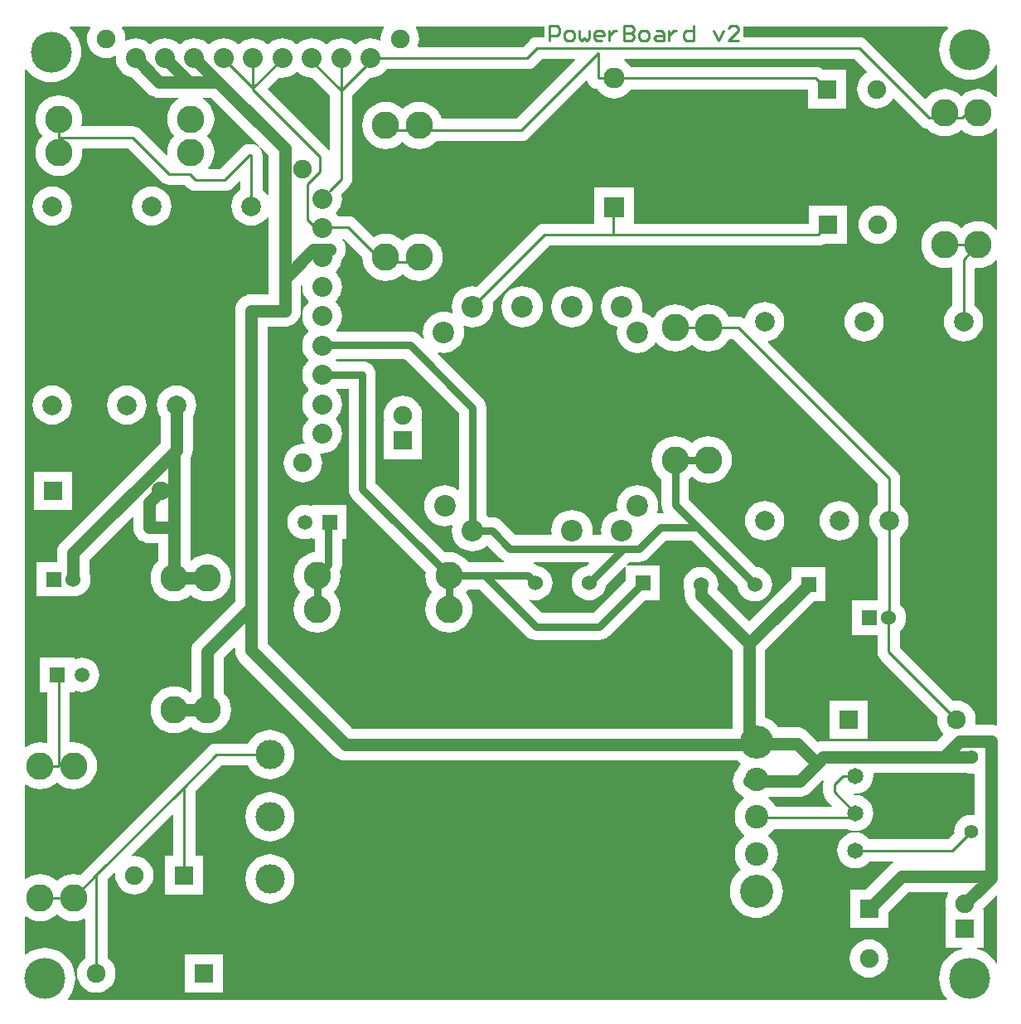
<source format=gtl>
G04*
G04 #@! TF.GenerationSoftware,Altium Limited,Altium Designer,18.1.6 (161)*
G04*
G04 Layer_Physical_Order=1*
G04 Layer_Color=255*
%FSLAX25Y25*%
%MOIN*%
G70*
G01*
G75*
%ADD11C,0.01000*%
%ADD36C,0.03000*%
%ADD37C,0.05000*%
%ADD38C,0.11000*%
%ADD39C,0.08661*%
%ADD40R,0.06000X0.06000*%
%ADD41C,0.06000*%
%ADD42C,0.13386*%
%ADD43C,0.09449*%
%ADD44C,0.11811*%
%ADD45C,0.16500*%
%ADD46C,0.07500*%
%ADD47C,0.08000*%
%ADD48R,0.07500X0.07500*%
%ADD49R,0.07575X0.07575*%
%ADD50C,0.07575*%
%ADD51R,0.08386X0.08386*%
%ADD52C,0.08386*%
%ADD53C,0.07874*%
%ADD54C,0.05512*%
%ADD55C,0.06500*%
%ADD56C,0.05906*%
%ADD57R,0.05906X0.05906*%
%ADD58R,0.06000X0.06000*%
%ADD59R,0.07500X0.07500*%
G36*
X148930Y395073D02*
X148877Y395008D01*
X148163Y393672D01*
X147723Y392224D01*
X147575Y390717D01*
X147617Y390293D01*
X147201Y390015D01*
X146540Y390368D01*
X145044Y390822D01*
X143488Y390975D01*
X141932Y390822D01*
X140436Y390368D01*
X139057Y389631D01*
X137917Y388696D01*
X137656Y388620D01*
X137509D01*
X137248Y388696D01*
X136108Y389631D01*
X134729Y390368D01*
X133233Y390822D01*
X131677Y390975D01*
X130121Y390822D01*
X128625Y390368D01*
X127246Y389631D01*
X126106Y388696D01*
X125845Y388620D01*
X125698D01*
X125437Y388696D01*
X124297Y389631D01*
X122918Y390368D01*
X121422Y390822D01*
X119866Y390975D01*
X118310Y390822D01*
X116814Y390368D01*
X115435Y389631D01*
X114295Y388696D01*
X114034Y388620D01*
X113887D01*
X113626Y388696D01*
X112486Y389631D01*
X111107Y390368D01*
X109611Y390822D01*
X108055Y390975D01*
X106499Y390822D01*
X105003Y390368D01*
X103624Y389631D01*
X102484Y388696D01*
X102223Y388620D01*
X102076D01*
X101815Y388696D01*
X100675Y389631D01*
X99296Y390368D01*
X97800Y390822D01*
X96244Y390975D01*
X94688Y390822D01*
X93192Y390368D01*
X91813Y389631D01*
X90673Y388696D01*
X90412Y388620D01*
X90265D01*
X90004Y388696D01*
X88864Y389631D01*
X87485Y390368D01*
X85989Y390822D01*
X84433Y390975D01*
X82877Y390822D01*
X81381Y390368D01*
X80002Y389631D01*
X78862Y388696D01*
X78601Y388620D01*
X78454D01*
X78193Y388696D01*
X77053Y389631D01*
X75674Y390368D01*
X74178Y390822D01*
X72622Y390975D01*
X71066Y390822D01*
X69570Y390368D01*
X68191Y389631D01*
X66983Y388639D01*
X66966Y388620D01*
X66466D01*
X66451Y388639D01*
X65242Y389631D01*
X63863Y390368D01*
X62367Y390822D01*
X60811Y390975D01*
X59255Y390822D01*
X57759Y390368D01*
X56380Y389631D01*
X55240Y388696D01*
X54979Y388620D01*
X54832D01*
X54571Y388696D01*
X53431Y389631D01*
X52052Y390368D01*
X50556Y390822D01*
X49000Y390975D01*
X47444Y390822D01*
X45948Y390368D01*
X45287Y390015D01*
X44872Y390293D01*
X44913Y390717D01*
X44765Y392224D01*
X44325Y393672D01*
X43611Y395008D01*
X43558Y395073D01*
X43772Y395525D01*
X148716D01*
X148930Y395073D01*
D02*
G37*
G36*
X213500Y391475D02*
X210500D01*
X209342Y391323D01*
X208262Y390876D01*
X207335Y390164D01*
X204646Y387475D01*
X162799D01*
X162501Y387975D01*
X162875Y389210D01*
X163023Y390717D01*
X162875Y392224D01*
X162435Y393672D01*
X161722Y395008D01*
X161668Y395073D01*
X161882Y395525D01*
X213500D01*
Y391475D01*
D02*
G37*
G36*
X114295Y377304D02*
X115435Y376369D01*
X116814Y375632D01*
X118310Y375178D01*
X119866Y375025D01*
X120282Y375066D01*
X127202Y368146D01*
Y346134D01*
X126702Y345964D01*
X126164Y346665D01*
X102201Y370628D01*
X106728Y375155D01*
X108055Y375025D01*
X109611Y375178D01*
X111107Y375632D01*
X112486Y376369D01*
X113626Y377304D01*
X113887Y377380D01*
X114034D01*
X114295Y377304D01*
D02*
G37*
G36*
X30820Y395073D02*
X30766Y395008D01*
X30053Y393672D01*
X29613Y392224D01*
X29465Y390717D01*
X29613Y389210D01*
X30053Y387761D01*
X30766Y386425D01*
X31727Y385255D01*
X32898Y384294D01*
X34233Y383580D01*
X35682Y383141D01*
X37189Y382992D01*
X38696Y383141D01*
X40145Y383580D01*
X40666Y383859D01*
X41082Y383581D01*
X41025Y383000D01*
X41178Y381444D01*
X41632Y379948D01*
X42369Y378569D01*
X43360Y377361D01*
X44569Y376369D01*
X45948Y375632D01*
X47444Y375178D01*
X47700Y375153D01*
X53926Y368926D01*
X54906Y368122D01*
X56025Y367524D01*
X57238Y367156D01*
X58500Y367032D01*
X66075D01*
X66197Y366547D01*
X65893Y366385D01*
X64456Y365205D01*
X63277Y363768D01*
X62401Y362129D01*
X61861Y360350D01*
X61679Y358500D01*
X61861Y356650D01*
X62401Y354871D01*
X63277Y353232D01*
X64446Y351807D01*
X63277Y350382D01*
X62401Y348743D01*
X61861Y346964D01*
X61679Y345114D01*
X61766Y344229D01*
X61314Y344015D01*
X51050Y354279D01*
X50124Y354990D01*
X49044Y355437D01*
X47886Y355590D01*
X27528D01*
X27231Y355991D01*
X27430Y356650D01*
X27613Y358500D01*
X27430Y360350D01*
X26891Y362129D01*
X26015Y363768D01*
X24835Y365205D01*
X23398Y366385D01*
X21759Y367261D01*
X19980Y367800D01*
X18130Y367983D01*
X16280Y367800D01*
X14501Y367261D01*
X12862Y366385D01*
X11425Y365205D01*
X10245Y363768D01*
X9369Y362129D01*
X8829Y360350D01*
X8647Y358500D01*
X8829Y356650D01*
X9369Y354871D01*
X10245Y353232D01*
X11415Y351807D01*
X10245Y350382D01*
X9369Y348743D01*
X8829Y346964D01*
X8647Y345114D01*
X8829Y343264D01*
X9369Y341485D01*
X10245Y339846D01*
X11425Y338409D01*
X12862Y337230D01*
X14501Y336353D01*
X16280Y335814D01*
X18130Y335631D01*
X19980Y335814D01*
X21759Y336353D01*
X23398Y337230D01*
X24835Y338409D01*
X26015Y339846D01*
X26891Y341485D01*
X27430Y343264D01*
X27613Y345114D01*
X27499Y346268D01*
X27835Y346639D01*
X46032D01*
X59336Y333335D01*
X60262Y332624D01*
X61342Y332177D01*
X62500Y332025D01*
X68896D01*
X70086Y330836D01*
X71012Y330124D01*
X72092Y329677D01*
X73250Y329525D01*
X84750D01*
X85908Y329677D01*
X86988Y330124D01*
X87915Y330836D01*
X90563Y333484D01*
X91025Y333292D01*
Y330013D01*
X89905Y329095D01*
X88921Y327896D01*
X88190Y326528D01*
X87740Y325044D01*
X87588Y323500D01*
X87740Y321956D01*
X88190Y320472D01*
X88921Y319104D01*
X89905Y317905D01*
X91104Y316921D01*
X92472Y316190D01*
X93956Y315740D01*
X95500Y315588D01*
X97044Y315740D01*
X98528Y316190D01*
X99896Y316921D01*
X101095Y317905D01*
X102032Y319047D01*
X102437Y319014D01*
X102532Y318991D01*
Y294500D01*
Y287968D01*
X95500D01*
X94238Y287844D01*
X93025Y287476D01*
X91906Y286878D01*
X90926Y286074D01*
X90122Y285093D01*
X89524Y283975D01*
X89156Y282762D01*
X89032Y281500D01*
Y164679D01*
X73312Y148960D01*
X72508Y147979D01*
X71910Y146861D01*
X71542Y145648D01*
X71418Y144386D01*
Y128178D01*
X70918Y127941D01*
X69768Y128884D01*
X68129Y129761D01*
X66350Y130300D01*
X64500Y130483D01*
X62650Y130300D01*
X60871Y129761D01*
X59232Y128884D01*
X57795Y127705D01*
X56615Y126268D01*
X55739Y124629D01*
X55199Y122850D01*
X55017Y121000D01*
X55199Y119150D01*
X55739Y117371D01*
X56615Y115732D01*
X57795Y114295D01*
X59232Y113116D01*
X60871Y112239D01*
X62650Y111699D01*
X64500Y111517D01*
X66350Y111699D01*
X68129Y112239D01*
X69768Y113116D01*
X71193Y114285D01*
X72618Y113116D01*
X74257Y112239D01*
X76036Y111699D01*
X77886Y111517D01*
X79736Y111699D01*
X81515Y112239D01*
X83154Y113116D01*
X84591Y114295D01*
X85770Y115732D01*
X86647Y117371D01*
X87186Y119150D01*
X87369Y121000D01*
X87186Y122850D01*
X86647Y124629D01*
X85770Y126268D01*
X84591Y127705D01*
X84354Y127900D01*
Y141707D01*
X88570Y145923D01*
X89032Y145731D01*
Y145000D01*
X89156Y143738D01*
X89524Y142525D01*
X90122Y141407D01*
X90926Y140426D01*
X128926Y102426D01*
X129906Y101622D01*
X131025Y101024D01*
X132238Y100656D01*
X133500Y100532D01*
X291068D01*
X291130Y100460D01*
X292202Y99544D01*
X292387Y99314D01*
X292277Y98864D01*
X291433Y97835D01*
X290895Y96829D01*
X290291Y96093D01*
X289694Y94975D01*
X289325Y93762D01*
X289201Y92500D01*
X289325Y91238D01*
X289694Y90025D01*
X290291Y88907D01*
X291096Y87926D01*
X292076Y87122D01*
X292455Y86919D01*
X292515Y86846D01*
X293776Y85812D01*
X293811Y85520D01*
X293776Y85228D01*
X292515Y84194D01*
X291433Y82875D01*
X290629Y81370D01*
X290133Y79737D01*
X289966Y78039D01*
X290133Y76341D01*
X290629Y74709D01*
X291433Y73204D01*
X292515Y71885D01*
X293834Y70803D01*
X293896Y70770D01*
Y70270D01*
X293834Y70236D01*
X292515Y69154D01*
X291433Y67835D01*
X290629Y66331D01*
X290133Y64698D01*
X289966Y63000D01*
X290133Y61302D01*
X290629Y59669D01*
X291433Y58165D01*
X292277Y57136D01*
X292387Y56686D01*
X292202Y56456D01*
X291130Y55540D01*
X290043Y54267D01*
X289169Y52841D01*
X288528Y51295D01*
X288138Y49668D01*
X288007Y48000D01*
X288138Y46332D01*
X288528Y44705D01*
X289169Y43159D01*
X290043Y41733D01*
X291130Y40460D01*
X292402Y39374D01*
X293829Y38499D01*
X295374Y37859D01*
X297001Y37468D01*
X298669Y37337D01*
X300337Y37468D01*
X301964Y37859D01*
X303510Y38499D01*
X304937Y39374D01*
X306209Y40460D01*
X307296Y41733D01*
X308170Y43159D01*
X308810Y44705D01*
X309201Y46332D01*
X309332Y48000D01*
X309201Y49668D01*
X308810Y51295D01*
X308170Y52841D01*
X307296Y54267D01*
X306209Y55540D01*
X305136Y56456D01*
X304952Y56686D01*
X305062Y57136D01*
X305906Y58165D01*
X306710Y59669D01*
X307206Y61302D01*
X307373Y63000D01*
X307206Y64698D01*
X306710Y66331D01*
X305906Y67835D01*
X304824Y69154D01*
X303505Y70236D01*
X303443Y70270D01*
Y70770D01*
X303505Y70803D01*
X304824Y71885D01*
X305791Y73064D01*
X335295D01*
X335736Y72828D01*
X337091Y72417D01*
X338500Y72278D01*
X339909Y72417D01*
X341264Y72828D01*
X342512Y73495D01*
X343607Y74393D01*
X344505Y75488D01*
X345172Y76736D01*
X345583Y78091D01*
X345722Y79500D01*
X345583Y80909D01*
X345172Y82264D01*
X344505Y83512D01*
X343607Y84607D01*
X342512Y85505D01*
X341264Y86172D01*
X339909Y86583D01*
X338500Y86722D01*
X337899Y86663D01*
X337747Y86850D01*
X338004Y87327D01*
X338500Y87278D01*
X339909Y87417D01*
X341264Y87828D01*
X342512Y88495D01*
X343607Y89393D01*
X344505Y90488D01*
X345172Y91736D01*
X345583Y93091D01*
X345722Y94500D01*
X345657Y95161D01*
X345992Y95532D01*
X383266D01*
X383688Y95404D01*
X385000Y95275D01*
X386032Y95376D01*
X386532Y94998D01*
Y79002D01*
X386032Y78624D01*
X385000Y78725D01*
X383688Y78596D01*
X382426Y78213D01*
X381264Y77592D01*
X380244Y76755D01*
X379408Y75736D01*
X378787Y74574D01*
X378404Y73312D01*
X378275Y72000D01*
X378310Y71639D01*
X375646Y68975D01*
X344125D01*
X343607Y69607D01*
X342512Y70505D01*
X341264Y71172D01*
X339909Y71583D01*
X338500Y71722D01*
X337091Y71583D01*
X335736Y71172D01*
X334488Y70505D01*
X333393Y69607D01*
X332495Y68512D01*
X331828Y67264D01*
X331417Y65909D01*
X331278Y64500D01*
X331417Y63091D01*
X331828Y61736D01*
X332495Y60488D01*
X333393Y59393D01*
X334488Y58495D01*
X335736Y57828D01*
X337091Y57417D01*
X338500Y57278D01*
X339909Y57417D01*
X341264Y57828D01*
X342512Y58495D01*
X343607Y59393D01*
X344125Y60025D01*
X353555D01*
X353681Y59525D01*
X353407Y59378D01*
X352426Y58574D01*
X342540Y48687D01*
X336313D01*
Y33313D01*
X351687D01*
Y39540D01*
X359679Y47532D01*
X375642D01*
X375939Y47032D01*
X375364Y45956D01*
X374924Y44507D01*
X374776Y43000D01*
X374924Y41493D01*
X375065Y41027D01*
X374813Y40687D01*
X374813D01*
Y25313D01*
X381440D01*
X381500Y24813D01*
X380722Y24626D01*
X378950Y23892D01*
X377314Y22890D01*
X375856Y21644D01*
X374610Y20186D01*
X373608Y18550D01*
X372874Y16778D01*
X372426Y14912D01*
X372275Y13000D01*
X372426Y11088D01*
X372874Y9222D01*
X373608Y7450D01*
X374610Y5815D01*
X375366Y4929D01*
X375157Y4475D01*
X21843D01*
X21634Y4929D01*
X22390Y5815D01*
X23392Y7450D01*
X24126Y9222D01*
X24574Y11088D01*
X24725Y13000D01*
X24574Y14912D01*
X24126Y16778D01*
X23392Y18550D01*
X22390Y20186D01*
X21144Y21644D01*
X19685Y22890D01*
X18050Y23892D01*
X16278Y24626D01*
X14412Y25074D01*
X12500Y25225D01*
X10588Y25074D01*
X8722Y24626D01*
X6950Y23892D01*
X5314Y22890D01*
X4929Y22561D01*
X4475Y22770D01*
Y37714D01*
X4927Y37927D01*
X5346Y37584D01*
X6985Y36708D01*
X8764Y36168D01*
X10614Y35986D01*
X12464Y36168D01*
X14243Y36708D01*
X15882Y37584D01*
X17307Y38753D01*
X18732Y37584D01*
X20371Y36708D01*
X22150Y36168D01*
X24000Y35986D01*
X25850Y36168D01*
X27629Y36708D01*
X28289Y37060D01*
X28718Y36803D01*
Y21320D01*
X27705Y20488D01*
X26739Y19312D01*
X26022Y17970D01*
X25580Y16514D01*
X25431Y15000D01*
X25580Y13486D01*
X26022Y12030D01*
X26739Y10688D01*
X27705Y9512D01*
X28881Y8546D01*
X30223Y7829D01*
X31679Y7387D01*
X33193Y7238D01*
X34707Y7387D01*
X36163Y7829D01*
X37505Y8546D01*
X38681Y9512D01*
X39647Y10688D01*
X40364Y12030D01*
X40806Y13486D01*
X40955Y15000D01*
X40806Y16514D01*
X40364Y17970D01*
X39647Y19312D01*
X38681Y20488D01*
X37668Y21320D01*
Y52808D01*
X40373Y55513D01*
X40853Y55286D01*
X40776Y54500D01*
X40924Y52993D01*
X41364Y51544D01*
X42078Y50209D01*
X43038Y49038D01*
X44209Y48078D01*
X45544Y47364D01*
X46993Y46924D01*
X48500Y46776D01*
X50007Y46924D01*
X51456Y47364D01*
X52791Y48078D01*
X53962Y49038D01*
X54922Y50209D01*
X55636Y51544D01*
X56076Y52993D01*
X56224Y54500D01*
X56076Y56007D01*
X55636Y57456D01*
X54922Y58791D01*
X53962Y59962D01*
X52791Y60922D01*
X51456Y61636D01*
X50007Y62076D01*
X48500Y62224D01*
X47714Y62147D01*
X47487Y62627D01*
X63563Y78702D01*
X64025Y78511D01*
Y62187D01*
X60813D01*
Y46813D01*
X76187D01*
Y62187D01*
X72975D01*
Y88115D01*
X83385Y98525D01*
X94232D01*
X94777Y97505D01*
X96007Y96007D01*
X97505Y94777D01*
X99215Y93863D01*
X101070Y93300D01*
X103000Y93110D01*
X104929Y93300D01*
X106785Y93863D01*
X108495Y94777D01*
X109993Y96007D01*
X111223Y97505D01*
X112137Y99215D01*
X112700Y101070D01*
X112890Y103000D01*
X112700Y104929D01*
X112137Y106785D01*
X111223Y108495D01*
X109993Y109993D01*
X108495Y111223D01*
X106785Y112137D01*
X104929Y112700D01*
X103000Y112890D01*
X101070Y112700D01*
X99215Y112137D01*
X97505Y111223D01*
X96007Y109993D01*
X94777Y108495D01*
X94232Y107475D01*
X81532D01*
X80373Y107323D01*
X79294Y106876D01*
X78367Y106165D01*
X64867Y92664D01*
X64867Y92664D01*
X30028Y57826D01*
X30028Y57826D01*
X26710Y54508D01*
X25850Y54769D01*
X24000Y54951D01*
X22150Y54769D01*
X20371Y54229D01*
X18732Y53353D01*
X17307Y52184D01*
X15882Y53353D01*
X14243Y54229D01*
X12464Y54769D01*
X10614Y54951D01*
X8764Y54769D01*
X6985Y54229D01*
X5346Y53353D01*
X4927Y53009D01*
X4475Y53223D01*
Y90745D01*
X4927Y90959D01*
X5346Y90615D01*
X6985Y89739D01*
X8764Y89200D01*
X10614Y89017D01*
X12464Y89200D01*
X14243Y89739D01*
X15882Y90615D01*
X17307Y91785D01*
X18732Y90615D01*
X20371Y89739D01*
X22150Y89200D01*
X24000Y89017D01*
X25850Y89200D01*
X27629Y89739D01*
X29268Y90615D01*
X30705Y91795D01*
X31885Y93232D01*
X32761Y94871D01*
X33301Y96650D01*
X33483Y98500D01*
X33301Y100350D01*
X32761Y102129D01*
X31885Y103768D01*
X30705Y105205D01*
X29268Y106385D01*
X27629Y107261D01*
X25850Y107800D01*
X24000Y107983D01*
X22846Y107869D01*
X22475Y108205D01*
Y128110D01*
X24390D01*
Y128364D01*
X24761Y128586D01*
X24890Y128592D01*
X26149Y128210D01*
X27500Y128077D01*
X28851Y128210D01*
X30149Y128604D01*
X31346Y129244D01*
X32395Y130105D01*
X33256Y131154D01*
X33896Y132351D01*
X34290Y133649D01*
X34423Y135000D01*
X34290Y136351D01*
X33896Y137649D01*
X33256Y138846D01*
X32395Y139895D01*
X31346Y140756D01*
X30149Y141396D01*
X28851Y141790D01*
X27500Y141923D01*
X26149Y141790D01*
X24890Y141408D01*
X24761Y141413D01*
X24390Y141636D01*
Y141890D01*
X10610D01*
Y128110D01*
X13525D01*
Y107898D01*
X13123Y107601D01*
X12464Y107800D01*
X10614Y107983D01*
X8764Y107800D01*
X6985Y107261D01*
X5346Y106385D01*
X4927Y106041D01*
X4475Y106255D01*
Y378429D01*
X4956Y378565D01*
X5110Y378314D01*
X6356Y376856D01*
X7814Y375610D01*
X9450Y374608D01*
X11222Y373874D01*
X13088Y373426D01*
X15000Y373275D01*
X16912Y373426D01*
X18778Y373874D01*
X20550Y374608D01*
X22185Y375610D01*
X23644Y376856D01*
X24890Y378314D01*
X25892Y379950D01*
X26626Y381722D01*
X27074Y383588D01*
X27225Y385500D01*
X27074Y387412D01*
X26626Y389278D01*
X25892Y391050D01*
X24890Y392686D01*
X23644Y394144D01*
X22613Y395025D01*
X22798Y395525D01*
X30606D01*
X30820Y395073D01*
D02*
G37*
G36*
X375754Y395025D02*
X374610Y393686D01*
X373608Y392050D01*
X372874Y390278D01*
X372426Y388412D01*
X372275Y386500D01*
X372426Y384588D01*
X372874Y382722D01*
X373608Y380950D01*
X374610Y379314D01*
X375856Y377856D01*
X377314Y376610D01*
X378950Y375608D01*
X380722Y374874D01*
X382588Y374426D01*
X384500Y374275D01*
X386412Y374426D01*
X388278Y374874D01*
X390050Y375608D01*
X391686Y376610D01*
X393144Y377856D01*
X394390Y379314D01*
X395025Y380350D01*
X395525Y380209D01*
Y367341D01*
X395054Y367173D01*
X394591Y367737D01*
X393154Y368916D01*
X391515Y369792D01*
X389736Y370332D01*
X387886Y370514D01*
X386036Y370332D01*
X384257Y369792D01*
X382617Y368916D01*
X381193Y367747D01*
X379768Y368916D01*
X378129Y369792D01*
X376350Y370332D01*
X374500Y370514D01*
X372650Y370332D01*
X370871Y369792D01*
X369232Y368916D01*
X367795Y367737D01*
X367038Y366815D01*
X366539Y366790D01*
X343164Y390164D01*
X342238Y390876D01*
X341158Y391323D01*
X340000Y391475D01*
X293475D01*
Y395525D01*
X375585D01*
X375754Y395025D01*
D02*
G37*
G36*
X343090Y377581D02*
X343016Y377087D01*
X342709Y376922D01*
X341538Y375962D01*
X340578Y374791D01*
X339864Y373456D01*
X339424Y372007D01*
X339276Y370500D01*
X339424Y368993D01*
X339864Y367544D01*
X340578Y366209D01*
X341538Y365038D01*
X342709Y364078D01*
X344044Y363364D01*
X345493Y362924D01*
X347000Y362776D01*
X348507Y362924D01*
X349956Y363364D01*
X351291Y364078D01*
X352462Y365038D01*
X353422Y366209D01*
X353587Y366516D01*
X354081Y366590D01*
X364836Y355836D01*
X365762Y355124D01*
X366842Y354677D01*
X367587Y354579D01*
X367795Y354326D01*
X369232Y353147D01*
X370871Y352271D01*
X372650Y351731D01*
X374500Y351549D01*
X376350Y351731D01*
X378129Y352271D01*
X379768Y353147D01*
X381193Y354316D01*
X382617Y353147D01*
X384257Y352271D01*
X386036Y351731D01*
X387886Y351549D01*
X389736Y351731D01*
X391515Y352271D01*
X393154Y353147D01*
X394591Y354326D01*
X395054Y354890D01*
X395525Y354722D01*
Y314310D01*
X395054Y314141D01*
X394591Y314705D01*
X393154Y315884D01*
X391515Y316761D01*
X389736Y317301D01*
X387886Y317483D01*
X386036Y317301D01*
X384257Y316761D01*
X382617Y315884D01*
X381193Y314715D01*
X379768Y315884D01*
X378129Y316761D01*
X376350Y317301D01*
X374500Y317483D01*
X372650Y317301D01*
X370871Y316761D01*
X369232Y315884D01*
X367795Y314705D01*
X366616Y313268D01*
X365739Y311629D01*
X365199Y309850D01*
X365017Y308000D01*
X365199Y306150D01*
X365739Y304371D01*
X366616Y302732D01*
X367795Y301295D01*
X369232Y300115D01*
X370871Y299239D01*
X372650Y298699D01*
X374500Y298517D01*
X376350Y298699D01*
X377123Y298934D01*
X377525Y298636D01*
Y283513D01*
X376405Y282595D01*
X375421Y281396D01*
X374690Y280028D01*
X374240Y278544D01*
X374088Y277000D01*
X374240Y275456D01*
X374690Y273972D01*
X375421Y272604D01*
X376405Y271405D01*
X377604Y270421D01*
X378972Y269690D01*
X380456Y269240D01*
X382000Y269088D01*
X383544Y269240D01*
X385028Y269690D01*
X386396Y270421D01*
X387595Y271405D01*
X388579Y272604D01*
X389310Y273972D01*
X389760Y275456D01*
X389912Y277000D01*
X389760Y278544D01*
X389310Y280028D01*
X388579Y281396D01*
X387595Y282595D01*
X386475Y283513D01*
Y298284D01*
X386846Y298620D01*
X387886Y298517D01*
X389736Y298699D01*
X391515Y299239D01*
X393154Y300115D01*
X394591Y301295D01*
X395054Y301859D01*
X395525Y301690D01*
Y114983D01*
X395025Y114612D01*
X394262Y114844D01*
X393000Y114968D01*
X387029D01*
X386731Y115370D01*
X386766Y115486D01*
X386915Y117000D01*
X386766Y118514D01*
X386325Y119970D01*
X385607Y121312D01*
X384642Y122488D01*
X383466Y123454D01*
X382124Y124171D01*
X380668Y124613D01*
X379153Y124762D01*
X377849Y124633D01*
X356412Y146070D01*
Y152699D01*
X356866Y153071D01*
X357733Y154127D01*
X358377Y155333D01*
X358774Y156640D01*
X358908Y158000D01*
X358774Y159360D01*
X358377Y160668D01*
X357733Y161873D01*
X356866Y162929D01*
X356475Y163250D01*
Y190487D01*
X357595Y191405D01*
X358579Y192604D01*
X359310Y193972D01*
X359760Y195456D01*
X359912Y197000D01*
X359760Y198544D01*
X359310Y200028D01*
X358579Y201396D01*
X357595Y202595D01*
X356475Y203513D01*
Y213846D01*
X356323Y215005D01*
X355876Y216084D01*
X355165Y217011D01*
X303384Y268791D01*
X303620Y269263D01*
X305028Y269690D01*
X306396Y270421D01*
X307595Y271405D01*
X308579Y272604D01*
X309310Y273972D01*
X309760Y275456D01*
X309912Y277000D01*
X309760Y278544D01*
X309310Y280028D01*
X308579Y281396D01*
X307595Y282595D01*
X306396Y283579D01*
X305028Y284310D01*
X303544Y284760D01*
X302000Y284912D01*
X300456Y284760D01*
X298972Y284310D01*
X297604Y283579D01*
X296405Y282595D01*
X295421Y281396D01*
X294690Y280028D01*
X294240Y278544D01*
X294230Y278439D01*
X293771Y278240D01*
X293553Y278407D01*
X292473Y278854D01*
X291315Y279007D01*
X287694D01*
X287270Y279800D01*
X286091Y281237D01*
X284654Y282416D01*
X283015Y283292D01*
X281236Y283832D01*
X279386Y284014D01*
X277536Y283832D01*
X275757Y283292D01*
X274117Y282416D01*
X272693Y281247D01*
X271268Y282416D01*
X269629Y283292D01*
X267850Y283832D01*
X266000Y284014D01*
X264150Y283832D01*
X262371Y283292D01*
X260732Y282416D01*
X259295Y281237D01*
X258116Y279800D01*
X257457Y278568D01*
X256858Y278509D01*
X256752Y278638D01*
X255493Y279671D01*
X254057Y280439D01*
X252506Y280910D01*
X252648Y281379D01*
X252808Y283000D01*
X252648Y284621D01*
X252175Y286179D01*
X251408Y287615D01*
X250374Y288874D01*
X249115Y289908D01*
X247679Y290675D01*
X246121Y291148D01*
X244500Y291308D01*
X242879Y291148D01*
X241321Y290675D01*
X239884Y289908D01*
X238626Y288874D01*
X237592Y287615D01*
X236825Y286179D01*
X236352Y284621D01*
X236192Y283000D01*
X236352Y281379D01*
X236825Y279821D01*
X237592Y278384D01*
X238626Y277126D01*
X239884Y276092D01*
X241321Y275325D01*
X242872Y274854D01*
X242730Y274384D01*
X242570Y272764D01*
X242730Y271143D01*
X243203Y269584D01*
X243970Y268148D01*
X245004Y266889D01*
X246262Y265856D01*
X247699Y265089D01*
X249257Y264616D01*
X250878Y264456D01*
X252499Y264616D01*
X254057Y265089D01*
X255493Y265856D01*
X256752Y266889D01*
X257786Y268148D01*
X258064Y268670D01*
X258562Y268719D01*
X259295Y267826D01*
X260732Y266647D01*
X262371Y265771D01*
X264150Y265231D01*
X266000Y265049D01*
X267850Y265231D01*
X269629Y265771D01*
X271268Y266647D01*
X272693Y267816D01*
X274117Y266647D01*
X275757Y265771D01*
X277536Y265231D01*
X279386Y265049D01*
X281236Y265231D01*
X283015Y265771D01*
X284654Y266647D01*
X286091Y267826D01*
X287270Y269263D01*
X287694Y270056D01*
X289461D01*
X347525Y211993D01*
Y203513D01*
X346405Y202595D01*
X345421Y201396D01*
X344690Y200028D01*
X344240Y198544D01*
X344088Y197000D01*
X344240Y195456D01*
X344690Y193972D01*
X345421Y192604D01*
X346405Y191405D01*
X347525Y190487D01*
Y164937D01*
X337126D01*
Y151063D01*
X347462D01*
Y144217D01*
X347614Y143058D01*
X348061Y141979D01*
X348773Y141052D01*
X371520Y118304D01*
X371392Y117000D01*
X371541Y115486D01*
X371983Y114030D01*
X372700Y112688D01*
X373665Y111512D01*
X373761Y111433D01*
X373786Y110933D01*
X371321Y108468D01*
X325500D01*
X324238Y108344D01*
X323521Y108126D01*
X319574Y112074D01*
X318594Y112878D01*
X317475Y113476D01*
X316262Y113844D01*
X315000Y113968D01*
X307479D01*
X307296Y114267D01*
X306209Y115540D01*
X304937Y116626D01*
X303510Y117501D01*
X302137Y118069D01*
Y144837D01*
X321864Y164563D01*
X326590D01*
Y178437D01*
X312717D01*
Y173710D01*
X295669Y156663D01*
X282952Y169380D01*
X283183Y170140D01*
X283317Y171500D01*
X283183Y172860D01*
X282786Y174168D01*
X282142Y175373D01*
X281275Y176429D01*
X280219Y177296D01*
X279014Y177940D01*
X277706Y178337D01*
X276346Y178471D01*
X274987Y178337D01*
X273679Y177940D01*
X272474Y177296D01*
X271417Y176429D01*
X270551Y175373D01*
X269906Y174168D01*
X269510Y172860D01*
X269376Y171500D01*
X269510Y170140D01*
X269878Y168925D01*
Y166839D01*
X270003Y165577D01*
X270371Y164363D01*
X270968Y163245D01*
X271773Y162265D01*
X289201Y144837D01*
Y113468D01*
X136179D01*
X101968Y147679D01*
Y162000D01*
Y275032D01*
X109000D01*
X110262Y275156D01*
X111475Y275524D01*
X112593Y276122D01*
X113574Y276926D01*
X114378Y277906D01*
X114976Y279025D01*
X115344Y280238D01*
X115468Y281500D01*
Y291525D01*
X115574Y291595D01*
X116048Y291308D01*
X116025Y291067D01*
X116178Y289511D01*
X116632Y288015D01*
X117369Y286636D01*
X118304Y285496D01*
X118380Y285235D01*
Y285088D01*
X118304Y284827D01*
X117369Y283687D01*
X116632Y282308D01*
X116178Y280812D01*
X116025Y279256D01*
X116178Y277700D01*
X116632Y276204D01*
X117369Y274825D01*
X118304Y273685D01*
X118380Y273424D01*
Y273277D01*
X118304Y273016D01*
X117369Y271876D01*
X116632Y270497D01*
X116178Y269001D01*
X116025Y267445D01*
X116178Y265889D01*
X116632Y264393D01*
X117369Y263014D01*
X118304Y261874D01*
X118380Y261613D01*
Y261466D01*
X118304Y261205D01*
X117369Y260065D01*
X116632Y258686D01*
X116178Y257190D01*
X116025Y255634D01*
X116178Y254078D01*
X116632Y252582D01*
X117369Y251203D01*
X118360Y249994D01*
X118380Y249978D01*
Y249478D01*
X118360Y249462D01*
X117369Y248254D01*
X116632Y246875D01*
X116178Y245379D01*
X116025Y243823D01*
X116178Y242267D01*
X116632Y240771D01*
X117369Y239392D01*
X118304Y238252D01*
X118380Y237991D01*
Y237844D01*
X118304Y237583D01*
X117369Y236443D01*
X116632Y235064D01*
X116178Y233568D01*
X116025Y232012D01*
X116178Y230456D01*
X116632Y228960D01*
X116985Y228299D01*
X116707Y227883D01*
X116284Y227925D01*
X114777Y227777D01*
X113328Y227337D01*
X111992Y226623D01*
X110822Y225663D01*
X109861Y224492D01*
X109147Y223157D01*
X108708Y221708D01*
X108559Y220201D01*
X108708Y218694D01*
X109147Y217245D01*
X109861Y215910D01*
X110822Y214739D01*
X111992Y213778D01*
X113328Y213065D01*
X114777Y212625D01*
X116284Y212477D01*
X117790Y212625D01*
X119239Y213065D01*
X120575Y213778D01*
X121745Y214739D01*
X122706Y215910D01*
X123420Y217245D01*
X123859Y218694D01*
X124008Y220201D01*
X123859Y221708D01*
X123420Y223157D01*
X123141Y223678D01*
X123419Y224094D01*
X124000Y224036D01*
X125556Y224190D01*
X127052Y224643D01*
X128431Y225380D01*
X129639Y226372D01*
X130631Y227581D01*
X131368Y228960D01*
X131822Y230456D01*
X131975Y232012D01*
X131822Y233568D01*
X131368Y235064D01*
X130631Y236443D01*
X129696Y237583D01*
X129620Y237844D01*
Y237991D01*
X129696Y238252D01*
X130631Y239392D01*
X131368Y240771D01*
X131822Y242267D01*
X131975Y243823D01*
X131822Y245379D01*
X131368Y246875D01*
X130631Y248254D01*
X129639Y249462D01*
X129808Y249904D01*
X130049Y250150D01*
X134638D01*
Y209764D01*
X134825Y208344D01*
X135373Y207022D01*
X136244Y205886D01*
X165672Y176458D01*
X165517Y174886D01*
X165700Y173036D01*
X166239Y171257D01*
X167115Y169617D01*
X168285Y168193D01*
X167115Y166768D01*
X166239Y165129D01*
X165700Y163350D01*
X165517Y161500D01*
X165700Y159650D01*
X166239Y157871D01*
X167115Y156232D01*
X168295Y154795D01*
X169732Y153615D01*
X171371Y152739D01*
X173150Y152199D01*
X175000Y152017D01*
X176850Y152199D01*
X178629Y152739D01*
X180268Y153615D01*
X181705Y154795D01*
X182885Y156232D01*
X183761Y157871D01*
X184300Y159650D01*
X184483Y161500D01*
X184300Y163350D01*
X183761Y165129D01*
X182885Y166768D01*
X181715Y168193D01*
X182708Y169402D01*
X187343D01*
X206122Y150622D01*
X207258Y149751D01*
X208581Y149203D01*
X210000Y149016D01*
X235500D01*
X236919Y149203D01*
X238242Y149751D01*
X239378Y150622D01*
X253818Y165063D01*
X259937D01*
Y178937D01*
X246746D01*
X246539Y179437D01*
X247445Y180343D01*
X251327D01*
X252746Y180530D01*
X254069Y181078D01*
X255205Y181949D01*
X262271Y189016D01*
X272728D01*
X291115Y170629D01*
X291163Y170140D01*
X291560Y168833D01*
X292204Y167627D01*
X293071Y166571D01*
X294127Y165704D01*
X295333Y165060D01*
X296640Y164663D01*
X298000Y164529D01*
X299360Y164663D01*
X300668Y165060D01*
X301873Y165704D01*
X302929Y166571D01*
X303796Y167627D01*
X304440Y168833D01*
X304837Y170140D01*
X304971Y171500D01*
X304837Y172860D01*
X304440Y174168D01*
X303796Y175373D01*
X302929Y176429D01*
X301873Y177296D01*
X300668Y177940D01*
X299360Y178337D01*
X298871Y178385D01*
X278878Y198378D01*
X278878Y198378D01*
X271484Y205771D01*
Y213792D01*
X272693Y214785D01*
X274117Y213615D01*
X275757Y212739D01*
X277536Y212199D01*
X279386Y212017D01*
X281236Y212199D01*
X283015Y212739D01*
X284654Y213615D01*
X286091Y214795D01*
X287270Y216232D01*
X288147Y217871D01*
X288686Y219650D01*
X288868Y221500D01*
X288686Y223350D01*
X288147Y225129D01*
X287270Y226768D01*
X286091Y228205D01*
X284654Y229384D01*
X283015Y230261D01*
X281236Y230801D01*
X279386Y230983D01*
X277536Y230801D01*
X275757Y230261D01*
X274117Y229384D01*
X272693Y228215D01*
X271268Y229384D01*
X269629Y230261D01*
X267850Y230801D01*
X266000Y230983D01*
X264150Y230801D01*
X262371Y230261D01*
X260732Y229384D01*
X259295Y228205D01*
X258116Y226768D01*
X257239Y225129D01*
X256699Y223350D01*
X256517Y221500D01*
X256699Y219650D01*
X257239Y217871D01*
X258116Y216232D01*
X259295Y214795D01*
X260516Y213792D01*
Y203500D01*
X260703Y202081D01*
X261251Y200758D01*
X261501Y200432D01*
X261280Y199984D01*
X260000D01*
X259089Y199864D01*
X258704Y200318D01*
X259026Y201379D01*
X259186Y203000D01*
X259026Y204621D01*
X258553Y206179D01*
X257786Y207615D01*
X256752Y208874D01*
X255493Y209908D01*
X254057Y210675D01*
X252499Y211148D01*
X250878Y211308D01*
X249257Y211148D01*
X247699Y210675D01*
X246262Y209908D01*
X245004Y208874D01*
X243970Y207615D01*
X243203Y206179D01*
X242730Y204621D01*
X242570Y203000D01*
X242730Y201379D01*
X242807Y201126D01*
X241321Y200675D01*
X239884Y199908D01*
X238626Y198874D01*
X237592Y197616D01*
X236825Y196179D01*
X236352Y194621D01*
X236192Y193000D01*
X236309Y191811D01*
X235865Y191311D01*
X233135D01*
X232691Y191811D01*
X232808Y193000D01*
X232648Y194621D01*
X232175Y196179D01*
X231408Y197616D01*
X230374Y198874D01*
X229116Y199908D01*
X227679Y200675D01*
X226121Y201148D01*
X224500Y201308D01*
X222879Y201148D01*
X221321Y200675D01*
X219884Y199908D01*
X218626Y198874D01*
X217592Y197616D01*
X216825Y196179D01*
X216352Y194621D01*
X216192Y193000D01*
X216309Y191811D01*
X215865Y191311D01*
X201771D01*
X196204Y196878D01*
X195069Y197749D01*
X193746Y198297D01*
X192327Y198484D01*
X190695D01*
X190375Y198874D01*
X189984Y199195D01*
Y242500D01*
X189797Y243919D01*
X189249Y245242D01*
X188378Y246378D01*
X170383Y264373D01*
X170648Y264815D01*
X171304Y264616D01*
X172925Y264456D01*
X174546Y264616D01*
X176104Y265089D01*
X177541Y265856D01*
X178800Y266889D01*
X179833Y268148D01*
X180601Y269584D01*
X181073Y271143D01*
X181233Y272764D01*
X181073Y274384D01*
X180875Y275039D01*
X181261Y275357D01*
X181321Y275325D01*
X182879Y274852D01*
X184500Y274692D01*
X186121Y274852D01*
X187679Y275325D01*
X189116Y276092D01*
X190375Y277126D01*
X191408Y278384D01*
X192175Y279821D01*
X192648Y281379D01*
X192808Y283000D01*
X192648Y284621D01*
X192602Y284773D01*
X215354Y307525D01*
X323445D01*
X324603Y307677D01*
X325682Y308124D01*
X326000Y308368D01*
X335187D01*
Y323742D01*
X319813D01*
Y316475D01*
X249630D01*
Y331130D01*
X233370D01*
Y316475D01*
X213500D01*
X212342Y316323D01*
X211262Y315876D01*
X210335Y315164D01*
X186273Y291102D01*
X186121Y291148D01*
X184500Y291308D01*
X182879Y291148D01*
X181321Y290675D01*
X179885Y289908D01*
X178626Y288874D01*
X177592Y287615D01*
X176825Y286179D01*
X176352Y284621D01*
X176192Y283000D01*
X176352Y281379D01*
X176550Y280724D01*
X176164Y280407D01*
X176104Y280439D01*
X174546Y280912D01*
X172925Y281071D01*
X171304Y280912D01*
X169746Y280439D01*
X168310Y279671D01*
X167051Y278638D01*
X166018Y277379D01*
X165250Y275943D01*
X164777Y274384D01*
X164618Y272764D01*
X164777Y271143D01*
X164976Y270486D01*
X164534Y270221D01*
X163244Y271512D01*
X162108Y272383D01*
X160785Y272931D01*
X159366Y273118D01*
X129820D01*
X129660Y273561D01*
X129696Y273685D01*
X130631Y274825D01*
X131368Y276204D01*
X131822Y277700D01*
X131975Y279256D01*
X131822Y280812D01*
X131368Y282308D01*
X130631Y283687D01*
X129696Y284827D01*
X129620Y285088D01*
Y285235D01*
X129696Y285496D01*
X130631Y286636D01*
X131368Y288015D01*
X131822Y289511D01*
X131975Y291067D01*
X131822Y292623D01*
X131368Y294119D01*
X130631Y295498D01*
X129696Y296638D01*
X129620Y296899D01*
Y297046D01*
X129696Y297307D01*
X130631Y298447D01*
X131368Y299826D01*
X131822Y301322D01*
X131881Y301923D01*
X132378Y302529D01*
X132976Y303647D01*
X133344Y304860D01*
X133468Y306122D01*
X133344Y307384D01*
X132976Y308597D01*
X132378Y309716D01*
X132259Y309861D01*
X132477Y310383D01*
X132756Y310415D01*
X140146Y303025D01*
X140131Y302878D01*
X140314Y301028D01*
X140853Y299249D01*
X141730Y297610D01*
X142909Y296173D01*
X144346Y294993D01*
X145985Y294117D01*
X147764Y293578D01*
X149614Y293395D01*
X151464Y293578D01*
X153243Y294117D01*
X154883Y294993D01*
X156307Y296163D01*
X157732Y294993D01*
X159371Y294117D01*
X161150Y293578D01*
X163000Y293395D01*
X164850Y293578D01*
X166629Y294117D01*
X168268Y294993D01*
X169705Y296173D01*
X170885Y297610D01*
X171761Y299249D01*
X172301Y301028D01*
X172483Y302878D01*
X172301Y304728D01*
X171761Y306507D01*
X170885Y308146D01*
X169705Y309583D01*
X168268Y310763D01*
X166629Y311639D01*
X164850Y312178D01*
X163000Y312361D01*
X161150Y312178D01*
X159371Y311639D01*
X157732Y310763D01*
X156307Y309593D01*
X154883Y310763D01*
X153243Y311639D01*
X151464Y312178D01*
X149614Y312361D01*
X147764Y312178D01*
X145985Y311639D01*
X144816Y311014D01*
X137664Y318164D01*
X136738Y318876D01*
X135658Y319323D01*
X134500Y319475D01*
X130340D01*
X129696Y320260D01*
X129620Y320521D01*
Y320668D01*
X129696Y320929D01*
X130631Y322069D01*
X131368Y323448D01*
X131822Y324944D01*
X131975Y326500D01*
X131822Y328056D01*
X131780Y328195D01*
X134842Y331257D01*
X135553Y332184D01*
X136000Y333263D01*
X136153Y334421D01*
Y368146D01*
X143072Y375066D01*
X143488Y375025D01*
X145044Y375178D01*
X146540Y375632D01*
X147919Y376369D01*
X149128Y377361D01*
X150083Y378525D01*
X206500D01*
X207658Y378677D01*
X208738Y379124D01*
X209665Y379836D01*
X212354Y382525D01*
X225542D01*
X225734Y382063D01*
X202178Y358507D01*
X172074D01*
X171761Y359538D01*
X170885Y361178D01*
X169705Y362615D01*
X168268Y363794D01*
X166629Y364670D01*
X164850Y365210D01*
X163000Y365392D01*
X161150Y365210D01*
X159371Y364670D01*
X157732Y363794D01*
X156307Y362625D01*
X154883Y363794D01*
X153243Y364670D01*
X151464Y365210D01*
X149614Y365392D01*
X147764Y365210D01*
X145985Y364670D01*
X144346Y363794D01*
X142909Y362615D01*
X141730Y361178D01*
X140853Y359538D01*
X140314Y357759D01*
X140131Y355909D01*
X140314Y354060D01*
X140853Y352281D01*
X141730Y350641D01*
X142909Y349204D01*
X144346Y348025D01*
X145985Y347149D01*
X147764Y346609D01*
X149614Y346427D01*
X151464Y346609D01*
X153243Y347149D01*
X154883Y348025D01*
X156307Y349194D01*
X157732Y348025D01*
X159371Y347149D01*
X161150Y346609D01*
X163000Y346427D01*
X164850Y346609D01*
X166629Y347149D01*
X168268Y348025D01*
X169705Y349204D01*
X169994Y349556D01*
X204031D01*
X205190Y349709D01*
X206269Y350156D01*
X207196Y350867D01*
X230215Y373886D01*
X230727Y373691D01*
X231124Y372731D01*
X231836Y371804D01*
X232762Y371093D01*
X233842Y370646D01*
X234649Y370539D01*
X234707Y370430D01*
X235723Y369192D01*
X236961Y368176D01*
X238374Y367421D01*
X239906Y366956D01*
X241500Y366799D01*
X243094Y366956D01*
X244626Y367421D01*
X246039Y368176D01*
X247276Y369192D01*
X248292Y370430D01*
X248326Y370493D01*
X319313D01*
Y362813D01*
X334687D01*
Y378187D01*
X325626D01*
X324769Y378844D01*
X323690Y379291D01*
X322532Y379444D01*
X248326D01*
X248292Y379507D01*
X247276Y380745D01*
X246039Y381761D01*
X245545Y382025D01*
X245671Y382525D01*
X338146D01*
X343090Y377581D01*
D02*
G37*
G36*
X98731Y347744D02*
X98400Y347367D01*
X97738Y347876D01*
X96658Y348323D01*
X95500Y348475D01*
X94750D01*
X93592Y348323D01*
X92512Y347876D01*
X91585Y347165D01*
X82896Y338475D01*
X78506D01*
X78292Y338927D01*
X79046Y339846D01*
X79922Y341485D01*
X80462Y343264D01*
X80644Y345114D01*
X80462Y346964D01*
X79922Y348743D01*
X79046Y350382D01*
X77877Y351807D01*
X79046Y353232D01*
X79922Y354871D01*
X80462Y356650D01*
X80644Y358500D01*
X80462Y360350D01*
X79922Y362129D01*
X79046Y363768D01*
X77867Y365205D01*
X76430Y366385D01*
X76126Y366547D01*
X76248Y367032D01*
X79443D01*
X98731Y347744D01*
D02*
G37*
G36*
X102532Y343943D02*
Y328009D01*
X102437Y327986D01*
X102032Y327953D01*
X101095Y329095D01*
X99975Y330013D01*
Y344000D01*
X99823Y345158D01*
X99376Y346238D01*
X98867Y346901D01*
X99244Y347231D01*
X102532Y343943D01*
D02*
G37*
G36*
X179016Y240229D02*
Y209605D01*
X178564Y209391D01*
X177934Y209908D01*
X176498Y210675D01*
X174940Y211148D01*
X173319Y211308D01*
X171698Y211148D01*
X170140Y210675D01*
X168703Y209908D01*
X167445Y208874D01*
X166411Y207615D01*
X165644Y206179D01*
X165171Y204621D01*
X165011Y203000D01*
X165171Y201379D01*
X165644Y199821D01*
X166411Y198384D01*
X167445Y197125D01*
X168703Y196092D01*
X170140Y195325D01*
X171698Y194852D01*
X173319Y194692D01*
X174940Y194852D01*
X175997Y195173D01*
X176398Y194772D01*
X176352Y194621D01*
X176192Y193000D01*
X176352Y191379D01*
X176825Y189821D01*
X177592Y188384D01*
X178626Y187126D01*
X179885Y186092D01*
X181321Y185325D01*
X182879Y184852D01*
X184500Y184692D01*
X186121Y184852D01*
X187679Y185325D01*
X189116Y186092D01*
X190374Y187126D01*
X190442Y187129D01*
X195622Y181949D01*
X196758Y181078D01*
X197260Y180870D01*
X197160Y180370D01*
X182708D01*
X181705Y181591D01*
X180268Y182770D01*
X178629Y183647D01*
X176850Y184186D01*
X175000Y184369D01*
X173428Y184214D01*
X145606Y212035D01*
Y255634D01*
X145419Y257053D01*
X144871Y258376D01*
X144000Y259512D01*
X142864Y260383D01*
X141541Y260931D01*
X140122Y261118D01*
X129767D01*
X129696Y261205D01*
X129620Y261466D01*
Y261613D01*
X129696Y261874D01*
X129922Y262150D01*
X157095D01*
X179016Y240229D01*
D02*
G37*
G36*
X231472Y179881D02*
X230476Y178885D01*
X229987Y178837D01*
X228679Y178440D01*
X227474Y177796D01*
X226417Y176929D01*
X225551Y175873D01*
X224906Y174668D01*
X224510Y173360D01*
X224376Y172000D01*
X224510Y170640D01*
X224906Y169333D01*
X225551Y168127D01*
X226417Y167071D01*
X227474Y166204D01*
X228679Y165560D01*
X229987Y165163D01*
X231347Y165029D01*
X232706Y165163D01*
X234014Y165560D01*
X235219Y166204D01*
X236275Y167071D01*
X237142Y168127D01*
X237786Y169333D01*
X238183Y170640D01*
X238231Y171129D01*
X245563Y178461D01*
X246063Y178254D01*
Y172818D01*
X233228Y159984D01*
X212271D01*
X207302Y164954D01*
X207567Y165396D01*
X208333Y165163D01*
X209693Y165029D01*
X211053Y165163D01*
X212360Y165560D01*
X213566Y166204D01*
X214622Y167071D01*
X215489Y168127D01*
X216133Y169333D01*
X216530Y170640D01*
X216664Y172000D01*
X216530Y173360D01*
X216133Y174668D01*
X215489Y175873D01*
X214622Y176929D01*
X213566Y177796D01*
X212360Y178440D01*
X211053Y178837D01*
X210521Y178889D01*
X209549Y179635D01*
X209047Y179843D01*
X209147Y180343D01*
X231281D01*
X231472Y179881D01*
D02*
G37*
G36*
X325794Y92439D02*
X325677Y92158D01*
X325525Y91000D01*
Y88000D01*
X325677Y86842D01*
X326124Y85762D01*
X326835Y84835D01*
X329194Y82477D01*
X329003Y82015D01*
X306366D01*
X305906Y82875D01*
X304824Y84194D01*
X303563Y85228D01*
X303528Y85520D01*
X303563Y85812D01*
X303832Y86032D01*
X316000D01*
X317262Y86156D01*
X318475Y86524D01*
X319594Y87122D01*
X320574Y87926D01*
X325370Y92722D01*
X325794Y92439D01*
D02*
G37*
G36*
X395525Y46224D02*
Y19291D01*
X395025Y19150D01*
X394390Y20186D01*
X393144Y21644D01*
X391686Y22890D01*
X390050Y23892D01*
X388278Y24626D01*
X387500Y24813D01*
X387560Y25313D01*
X390187D01*
Y40687D01*
X390187D01*
X389934Y41027D01*
X390048Y41400D01*
X395063Y46415D01*
X395525Y46224D01*
D02*
G37*
%LPC*%
G36*
X55500Y331412D02*
X53956Y331260D01*
X52472Y330810D01*
X51104Y330079D01*
X49905Y329095D01*
X48921Y327896D01*
X48190Y326528D01*
X47740Y325044D01*
X47588Y323500D01*
X47740Y321956D01*
X48190Y320472D01*
X48921Y319104D01*
X49905Y317905D01*
X51104Y316921D01*
X52472Y316190D01*
X53956Y315740D01*
X55500Y315588D01*
X57044Y315740D01*
X58528Y316190D01*
X59896Y316921D01*
X61095Y317905D01*
X62079Y319104D01*
X62810Y320472D01*
X63260Y321956D01*
X63412Y323500D01*
X63260Y325044D01*
X62810Y326528D01*
X62079Y327896D01*
X61095Y329095D01*
X59896Y330079D01*
X58528Y330810D01*
X57044Y331260D01*
X55500Y331412D01*
D02*
G37*
G36*
X15500D02*
X13956Y331260D01*
X12472Y330810D01*
X11104Y330079D01*
X9905Y329095D01*
X8921Y327896D01*
X8190Y326528D01*
X7740Y325044D01*
X7588Y323500D01*
X7740Y321956D01*
X8190Y320472D01*
X8921Y319104D01*
X9905Y317905D01*
X11104Y316921D01*
X12472Y316190D01*
X13956Y315740D01*
X15500Y315588D01*
X17044Y315740D01*
X18528Y316190D01*
X19896Y316921D01*
X21095Y317905D01*
X22079Y319104D01*
X22810Y320472D01*
X23260Y321956D01*
X23412Y323500D01*
X23260Y325044D01*
X22810Y326528D01*
X22079Y327896D01*
X21095Y329095D01*
X19896Y330079D01*
X18528Y330810D01*
X17044Y331260D01*
X15500Y331412D01*
D02*
G37*
G36*
X45500Y251412D02*
X43956Y251260D01*
X42472Y250810D01*
X41104Y250079D01*
X39905Y249095D01*
X38921Y247896D01*
X38190Y246528D01*
X37740Y245044D01*
X37588Y243500D01*
X37740Y241956D01*
X38190Y240472D01*
X38921Y239104D01*
X39905Y237905D01*
X41104Y236921D01*
X42472Y236190D01*
X43956Y235740D01*
X45500Y235588D01*
X47044Y235740D01*
X48528Y236190D01*
X49896Y236921D01*
X51095Y237905D01*
X52079Y239104D01*
X52810Y240472D01*
X53260Y241956D01*
X53412Y243500D01*
X53260Y245044D01*
X52810Y246528D01*
X52079Y247896D01*
X51095Y249095D01*
X49896Y250079D01*
X48528Y250810D01*
X47044Y251260D01*
X45500Y251412D01*
D02*
G37*
G36*
X15500D02*
X13956Y251260D01*
X12472Y250810D01*
X11104Y250079D01*
X9905Y249095D01*
X8921Y247896D01*
X8190Y246528D01*
X7740Y245044D01*
X7588Y243500D01*
X7740Y241956D01*
X8190Y240472D01*
X8921Y239104D01*
X9905Y237905D01*
X11104Y236921D01*
X12472Y236190D01*
X13956Y235740D01*
X15500Y235588D01*
X17044Y235740D01*
X18528Y236190D01*
X19896Y236921D01*
X21095Y237905D01*
X22079Y239104D01*
X22810Y240472D01*
X23260Y241956D01*
X23412Y243500D01*
X23260Y245044D01*
X22810Y246528D01*
X22079Y247896D01*
X21095Y249095D01*
X19896Y250079D01*
X18528Y250810D01*
X17044Y251260D01*
X15500Y251412D01*
D02*
G37*
G36*
X23571Y216724D02*
X8122D01*
Y201276D01*
X23571D01*
Y216724D01*
D02*
G37*
G36*
X65500Y251412D02*
X63956Y251260D01*
X62472Y250810D01*
X61104Y250079D01*
X59905Y249095D01*
X58921Y247896D01*
X58190Y246528D01*
X57740Y245044D01*
X57588Y243500D01*
X57740Y241956D01*
X58190Y240472D01*
X58921Y239104D01*
X59032Y238970D01*
Y228179D01*
X19363Y188511D01*
X18559Y187531D01*
X17961Y186412D01*
X17593Y185199D01*
X17469Y183937D01*
Y180437D01*
X9126D01*
Y166563D01*
X23000D01*
Y166563D01*
X23058Y166616D01*
X23937Y166529D01*
X25297Y166663D01*
X26605Y167060D01*
X27810Y167704D01*
X28866Y168571D01*
X29733Y169627D01*
X30377Y170833D01*
X30774Y172140D01*
X30908Y173500D01*
X30774Y174860D01*
X30405Y176075D01*
Y181258D01*
X47570Y198423D01*
X48032Y198231D01*
Y194500D01*
X48156Y193238D01*
X48524Y192025D01*
X49122Y190907D01*
X49926Y189926D01*
X50906Y189122D01*
X52025Y188524D01*
X53238Y188156D01*
X54500Y188032D01*
X58032D01*
Y180931D01*
X57795Y180737D01*
X56615Y179300D01*
X55739Y177660D01*
X55199Y175882D01*
X55017Y174031D01*
X55199Y172181D01*
X55739Y170403D01*
X56615Y168763D01*
X57795Y167326D01*
X59232Y166147D01*
X60871Y165271D01*
X62650Y164731D01*
X64500Y164549D01*
X66350Y164731D01*
X68129Y165271D01*
X69768Y166147D01*
X71193Y167316D01*
X72618Y166147D01*
X74257Y165271D01*
X76036Y164731D01*
X77886Y164549D01*
X79736Y164731D01*
X81515Y165271D01*
X83154Y166147D01*
X84591Y167326D01*
X85770Y168763D01*
X86647Y170403D01*
X87186Y172181D01*
X87369Y174031D01*
X87186Y175882D01*
X86647Y177660D01*
X85770Y179300D01*
X84591Y180737D01*
X83154Y181916D01*
X81515Y182792D01*
X79736Y183332D01*
X77886Y183514D01*
X76036Y183332D01*
X74257Y182792D01*
X72618Y181916D01*
X71468Y180973D01*
X70968Y181209D01*
Y194500D01*
Y222075D01*
X71476Y223025D01*
X71844Y224238D01*
X71968Y225500D01*
Y238970D01*
X72079Y239104D01*
X72810Y240472D01*
X73260Y241956D01*
X73412Y243500D01*
X73260Y245044D01*
X72810Y246528D01*
X72079Y247896D01*
X71095Y249095D01*
X69896Y250079D01*
X68528Y250810D01*
X67044Y251260D01*
X65500Y251412D01*
D02*
G37*
G36*
X103000Y87890D02*
X101070Y87700D01*
X99215Y87137D01*
X97505Y86223D01*
X96007Y84993D01*
X94777Y83495D01*
X93863Y81785D01*
X93300Y79930D01*
X93110Y78000D01*
X93300Y76070D01*
X93863Y74215D01*
X94777Y72505D01*
X96007Y71007D01*
X97505Y69777D01*
X99215Y68863D01*
X101070Y68300D01*
X103000Y68110D01*
X104929Y68300D01*
X106785Y68863D01*
X108495Y69777D01*
X109993Y71007D01*
X111223Y72505D01*
X112137Y74215D01*
X112700Y76070D01*
X112890Y78000D01*
X112700Y79930D01*
X112137Y81785D01*
X111223Y83495D01*
X109993Y84993D01*
X108495Y86223D01*
X106785Y87137D01*
X104929Y87700D01*
X103000Y87890D01*
D02*
G37*
G36*
Y62890D02*
X101070Y62700D01*
X99215Y62137D01*
X97505Y61223D01*
X96007Y59993D01*
X94777Y58495D01*
X93863Y56785D01*
X93300Y54930D01*
X93110Y53000D01*
X93300Y51070D01*
X93863Y49215D01*
X94777Y47505D01*
X96007Y46007D01*
X97505Y44777D01*
X99215Y43863D01*
X101070Y43300D01*
X103000Y43110D01*
X104929Y43300D01*
X106785Y43863D01*
X108495Y44777D01*
X109993Y46007D01*
X111223Y47505D01*
X112137Y49215D01*
X112700Y51070D01*
X112890Y53000D01*
X112700Y54930D01*
X112137Y56785D01*
X111223Y58495D01*
X109993Y59993D01*
X108495Y61223D01*
X106785Y62137D01*
X104929Y62700D01*
X103000Y62890D01*
D02*
G37*
G36*
X344000Y28724D02*
X342493Y28576D01*
X341044Y28136D01*
X339709Y27422D01*
X338538Y26462D01*
X337578Y25291D01*
X336864Y23956D01*
X336424Y22507D01*
X336276Y21000D01*
X336424Y19493D01*
X336864Y18044D01*
X337578Y16709D01*
X338538Y15538D01*
X339709Y14578D01*
X341044Y13864D01*
X342493Y13424D01*
X344000Y13276D01*
X345507Y13424D01*
X346956Y13864D01*
X348291Y14578D01*
X349462Y15538D01*
X350422Y16709D01*
X351136Y18044D01*
X351576Y19493D01*
X351724Y21000D01*
X351576Y22507D01*
X351136Y23956D01*
X350422Y25291D01*
X349462Y26462D01*
X348291Y27422D01*
X346956Y28136D01*
X345507Y28576D01*
X344000Y28724D01*
D02*
G37*
G36*
X84224Y22724D02*
X68776D01*
Y7276D01*
X84224D01*
Y22724D01*
D02*
G37*
G36*
X347500Y323779D02*
X345993Y323631D01*
X344544Y323191D01*
X343209Y322478D01*
X342038Y321517D01*
X341078Y320346D01*
X340364Y319011D01*
X339924Y317562D01*
X339776Y316055D01*
X339924Y314548D01*
X340364Y313099D01*
X341078Y311764D01*
X342038Y310593D01*
X343209Y309633D01*
X344544Y308919D01*
X345993Y308479D01*
X347500Y308331D01*
X349007Y308479D01*
X350456Y308919D01*
X351791Y309633D01*
X352962Y310593D01*
X353922Y311764D01*
X354636Y313099D01*
X355076Y314548D01*
X355224Y316055D01*
X355076Y317562D01*
X354636Y319011D01*
X353922Y320346D01*
X352962Y321517D01*
X351791Y322478D01*
X350456Y323191D01*
X349007Y323631D01*
X347500Y323779D01*
D02*
G37*
G36*
X224500Y291308D02*
X222879Y291148D01*
X221321Y290675D01*
X219884Y289908D01*
X218626Y288874D01*
X217592Y287615D01*
X216825Y286179D01*
X216352Y284621D01*
X216192Y283000D01*
X216352Y281379D01*
X216825Y279821D01*
X217592Y278384D01*
X218626Y277126D01*
X219884Y276092D01*
X221321Y275325D01*
X222879Y274852D01*
X224500Y274692D01*
X226121Y274852D01*
X227679Y275325D01*
X229116Y276092D01*
X230374Y277126D01*
X231408Y278384D01*
X232175Y279821D01*
X232648Y281379D01*
X232808Y283000D01*
X232648Y284621D01*
X232175Y286179D01*
X231408Y287615D01*
X230374Y288874D01*
X229116Y289908D01*
X227679Y290675D01*
X226121Y291148D01*
X224500Y291308D01*
D02*
G37*
G36*
X204500D02*
X202879Y291148D01*
X201321Y290675D01*
X199884Y289908D01*
X198626Y288874D01*
X197592Y287615D01*
X196825Y286179D01*
X196352Y284621D01*
X196192Y283000D01*
X196352Y281379D01*
X196825Y279821D01*
X197592Y278384D01*
X198626Y277126D01*
X199884Y276092D01*
X201321Y275325D01*
X202879Y274852D01*
X204500Y274692D01*
X206121Y274852D01*
X207679Y275325D01*
X209116Y276092D01*
X210374Y277126D01*
X211408Y278384D01*
X212175Y279821D01*
X212648Y281379D01*
X212808Y283000D01*
X212648Y284621D01*
X212175Y286179D01*
X211408Y287615D01*
X210374Y288874D01*
X209116Y289908D01*
X207679Y290675D01*
X206121Y291148D01*
X204500Y291308D01*
D02*
G37*
G36*
X342000Y284912D02*
X340456Y284760D01*
X338972Y284310D01*
X337604Y283579D01*
X336405Y282595D01*
X335421Y281396D01*
X334690Y280028D01*
X334240Y278544D01*
X334088Y277000D01*
X334240Y275456D01*
X334690Y273972D01*
X335421Y272604D01*
X336405Y271405D01*
X337604Y270421D01*
X338972Y269690D01*
X340456Y269240D01*
X342000Y269088D01*
X343544Y269240D01*
X345028Y269690D01*
X346396Y270421D01*
X347595Y271405D01*
X348579Y272604D01*
X349310Y273972D01*
X349760Y275456D01*
X349912Y277000D01*
X349760Y278544D01*
X349310Y280028D01*
X348579Y281396D01*
X347595Y282595D01*
X346396Y283579D01*
X345028Y284310D01*
X343544Y284760D01*
X342000Y284912D01*
D02*
G37*
G36*
X332000Y204912D02*
X330456Y204760D01*
X328972Y204310D01*
X327604Y203579D01*
X326405Y202595D01*
X325421Y201396D01*
X324690Y200028D01*
X324240Y198544D01*
X324088Y197000D01*
X324240Y195456D01*
X324690Y193972D01*
X325421Y192604D01*
X326405Y191405D01*
X327604Y190421D01*
X328972Y189690D01*
X330456Y189240D01*
X332000Y189088D01*
X333544Y189240D01*
X335028Y189690D01*
X336396Y190421D01*
X337595Y191405D01*
X338579Y192604D01*
X339310Y193972D01*
X339760Y195456D01*
X339912Y197000D01*
X339760Y198544D01*
X339310Y200028D01*
X338579Y201396D01*
X337595Y202595D01*
X336396Y203579D01*
X335028Y204310D01*
X333544Y204760D01*
X332000Y204912D01*
D02*
G37*
G36*
X302000D02*
X300456Y204760D01*
X298972Y204310D01*
X297604Y203579D01*
X296405Y202595D01*
X295421Y201396D01*
X294690Y200028D01*
X294240Y198544D01*
X294088Y197000D01*
X294240Y195456D01*
X294690Y193972D01*
X295421Y192604D01*
X296405Y191405D01*
X297604Y190421D01*
X298972Y189690D01*
X300456Y189240D01*
X302000Y189088D01*
X303544Y189240D01*
X305028Y189690D01*
X306396Y190421D01*
X307595Y191405D01*
X308579Y192604D01*
X309310Y193972D01*
X309760Y195456D01*
X309912Y197000D01*
X309760Y198544D01*
X309310Y200028D01*
X308579Y201396D01*
X307595Y202595D01*
X306396Y203579D01*
X305028Y204310D01*
X303544Y204760D01*
X302000Y204912D01*
D02*
G37*
G36*
X117000Y203423D02*
X115649Y203290D01*
X114351Y202896D01*
X113154Y202256D01*
X112105Y201395D01*
X111244Y200346D01*
X110604Y199149D01*
X110210Y197851D01*
X110077Y196500D01*
X110210Y195149D01*
X110604Y193851D01*
X111244Y192654D01*
X112105Y191605D01*
X113154Y190744D01*
X114351Y190104D01*
X115649Y189710D01*
X117000Y189577D01*
X118351Y189710D01*
X119610Y190092D01*
X119739Y190086D01*
X120110Y189864D01*
Y189610D01*
X121016D01*
Y184275D01*
X120118Y184186D01*
X118340Y183647D01*
X116700Y182770D01*
X115263Y181591D01*
X114084Y180154D01*
X113208Y178515D01*
X112668Y176736D01*
X112486Y174886D01*
X112668Y173036D01*
X113208Y171257D01*
X114084Y169617D01*
X115253Y168193D01*
X114084Y166768D01*
X113208Y165129D01*
X112668Y163350D01*
X112486Y161500D01*
X112668Y159650D01*
X113208Y157871D01*
X114084Y156232D01*
X115263Y154795D01*
X116700Y153615D01*
X118340Y152739D01*
X120118Y152199D01*
X121968Y152017D01*
X123819Y152199D01*
X125597Y152739D01*
X127237Y153615D01*
X128674Y154795D01*
X129853Y156232D01*
X130729Y157871D01*
X131269Y159650D01*
X131451Y161500D01*
X131269Y163350D01*
X130729Y165129D01*
X129853Y166768D01*
X128684Y168193D01*
X129853Y169617D01*
X130729Y171257D01*
X131269Y173036D01*
X131451Y174886D01*
X131270Y176725D01*
X131797Y177998D01*
X131984Y179417D01*
Y189610D01*
X133890D01*
Y203390D01*
X120110D01*
Y203136D01*
X119739Y202913D01*
X119610Y202908D01*
X118351Y203290D01*
X117000Y203423D01*
D02*
G37*
G36*
X343571Y124724D02*
X328122D01*
Y109276D01*
X343571D01*
Y124724D01*
D02*
G37*
G36*
X156500Y247224D02*
X154993Y247076D01*
X153544Y246636D01*
X152209Y245922D01*
X151038Y244962D01*
X150078Y243791D01*
X149364Y242456D01*
X148924Y241007D01*
X148776Y239500D01*
X148924Y237993D01*
X149065Y237527D01*
X148813Y237187D01*
X148813D01*
Y221813D01*
X164187D01*
Y237187D01*
X164187D01*
X163935Y237527D01*
X164076Y237993D01*
X164224Y239500D01*
X164076Y241007D01*
X163636Y242456D01*
X162922Y243791D01*
X161962Y244962D01*
X160791Y245922D01*
X159456Y246636D01*
X158007Y247076D01*
X156500Y247224D01*
D02*
G37*
%LPD*%
D11*
X95500Y323500D02*
Y344000D01*
X94750D02*
X95500D01*
X84750Y334000D02*
X94750Y344000D01*
X62500Y336500D02*
X70750D01*
X73250Y334000D01*
X84750D01*
X47886Y351114D02*
X62500Y336500D01*
X10614Y98500D02*
X18000D01*
Y136000D01*
X134500Y315000D02*
X148500Y301000D01*
X121000Y315000D02*
X134500D01*
X118000Y318000D02*
X121000Y315000D01*
X118000Y318000D02*
Y332339D01*
X96244Y370256D02*
X123000Y343500D01*
Y337339D02*
Y343500D01*
X118000Y332339D02*
X123000Y337339D01*
X382000Y302114D02*
X387886Y308000D01*
X382000Y277000D02*
Y302114D01*
X374500Y308000D02*
X387886D01*
X68032Y89500D02*
X68500Y89031D01*
Y54500D02*
Y89031D01*
X33193Y54661D02*
X68032Y89500D01*
X266000Y274532D02*
X279386D01*
X291315D02*
X352000Y213846D01*
X279386Y274532D02*
X291315D01*
X18130Y351114D02*
X47886D01*
X18130Y345114D02*
Y351114D01*
Y358500D01*
X143488Y383000D02*
X206500D01*
X210500Y387000D01*
X131677Y334421D02*
Y370000D01*
X143488Y381811D02*
Y383000D01*
X131677Y370000D02*
X143488Y381811D01*
X131677Y370000D02*
Y383000D01*
X119866Y381811D02*
X131677Y370000D01*
X119866Y381811D02*
Y383000D01*
X127000Y329744D02*
X131677Y334421D01*
X148500Y301000D02*
X161886D01*
X204031Y354031D02*
X235000Y385000D01*
X161886Y354031D02*
X204031D01*
X148500D02*
X161886D01*
X368000Y359000D02*
X381386D01*
X383417Y361032D01*
X387886D01*
X184500Y283000D02*
X213500Y312000D01*
X241000D01*
Y322500D02*
X241500Y323000D01*
X241000Y312000D02*
Y322500D01*
Y312000D02*
X323445D01*
X327500Y316055D01*
X322532Y374969D02*
X327000Y370500D01*
X241500Y374969D02*
X322532D01*
X235000D02*
X241500D01*
X351937Y144217D02*
Y158000D01*
X352000Y158063D02*
Y197000D01*
X351937Y158000D02*
X352000Y158063D01*
X351937Y144217D02*
X379153Y117000D01*
X352000Y197000D02*
Y213846D01*
X68032Y89500D02*
X81532Y103000D01*
X103000D01*
X295669Y77539D02*
X336539D01*
X84433Y382811D02*
Y383000D01*
Y382811D02*
X96244Y371000D01*
Y383000D01*
Y370256D02*
Y371000D01*
X108055Y382811D02*
Y383000D01*
X96244Y371000D02*
X108055Y382811D01*
X340000Y387000D02*
X368000Y359000D01*
X210500Y387000D02*
X340000D01*
X24000Y45469D02*
X33193Y54661D01*
Y15000D02*
Y54661D01*
X10614Y45469D02*
X24000D01*
X235000Y374969D02*
Y385000D01*
X336539Y77539D02*
X338500Y79500D01*
X330000Y88000D02*
X338500Y79500D01*
X330000Y88000D02*
Y91000D01*
X333500Y94500D01*
X338500D01*
Y64500D02*
X377500D01*
X385000Y72000D01*
X215500Y390000D02*
Y395998D01*
X218499D01*
X219499Y394998D01*
Y392999D01*
X218499Y391999D01*
X215500D01*
X222498Y390000D02*
X224497D01*
X225497Y391000D01*
Y392999D01*
X224497Y393999D01*
X222498D01*
X221498Y392999D01*
Y391000D01*
X222498Y390000D01*
X227496Y393999D02*
Y391000D01*
X228496Y390000D01*
X229496Y391000D01*
X230495Y390000D01*
X231495Y391000D01*
Y393999D01*
X236493Y390000D02*
X234494D01*
X233494Y391000D01*
Y392999D01*
X234494Y393999D01*
X236493D01*
X237493Y392999D01*
Y391999D01*
X233494D01*
X239492Y393999D02*
Y390000D01*
Y391999D01*
X240492Y392999D01*
X241492Y393999D01*
X242491D01*
X245490Y395998D02*
Y390000D01*
X248489D01*
X249489Y391000D01*
Y391999D01*
X248489Y392999D01*
X245490D01*
X248489D01*
X249489Y393999D01*
Y394998D01*
X248489Y395998D01*
X245490D01*
X252488Y390000D02*
X254487D01*
X255487Y391000D01*
Y392999D01*
X254487Y393999D01*
X252488D01*
X251488Y392999D01*
Y391000D01*
X252488Y390000D01*
X258486Y393999D02*
X260485D01*
X261485Y392999D01*
Y390000D01*
X258486D01*
X257486Y391000D01*
X258486Y391999D01*
X261485D01*
X263485Y393999D02*
Y390000D01*
Y391999D01*
X264484Y392999D01*
X265484Y393999D01*
X266483D01*
X273481Y395998D02*
Y390000D01*
X270482D01*
X269482Y391000D01*
Y392999D01*
X270482Y393999D01*
X273481D01*
X281479D02*
X283478Y390000D01*
X285477Y393999D01*
X291475Y390000D02*
X287477D01*
X291475Y393999D01*
Y394998D01*
X290476Y395998D01*
X288476D01*
X287477Y394998D01*
D36*
X140122Y209764D02*
Y255634D01*
X127000D02*
X140122D01*
X159366Y267634D02*
X184500Y242500D01*
X128000Y267634D02*
X159366D01*
X266000Y203500D02*
X275000Y194500D01*
X266000Y203500D02*
Y221500D01*
X279386D01*
X272000Y194500D02*
X275000D01*
X260000D02*
X272000D01*
X272500Y195000D01*
X184500Y193000D02*
Y242500D01*
X140122Y209764D02*
X175000Y174886D01*
X251327Y185827D02*
X260000Y194500D01*
X245173Y185827D02*
X251327D01*
X199500D02*
X245173D01*
X192327Y193000D02*
X199500Y185827D01*
X184500Y193000D02*
X192327D01*
X231347Y172000D02*
X245173Y185827D01*
X275000Y194500D02*
X298000Y171500D01*
X235500Y154500D02*
X253000Y172000D01*
X210000Y154500D02*
X235500D01*
X189614Y174886D02*
X210000Y154500D01*
X189614Y174886D02*
X206807D01*
X175000D02*
X189614D01*
X206807D02*
X209693Y172000D01*
X175000Y161500D02*
Y174886D01*
X121968Y161500D02*
Y174886D01*
X126500Y179417D01*
Y197500D01*
D37*
X109000Y281500D02*
Y294500D01*
X95500Y281500D02*
X109000D01*
X95500Y162000D02*
Y281500D01*
X64500Y194500D02*
Y224500D01*
X65500Y225500D01*
Y243500D01*
X109000Y294500D02*
X120622Y306122D01*
X127000D01*
X82122Y373500D02*
X109000Y346622D01*
Y294500D02*
Y346622D01*
X23937Y173500D02*
Y183937D01*
X64500Y224500D01*
X295669Y107500D02*
X315000D01*
X295669Y92500D02*
X316000D01*
X49000Y383000D02*
X58500Y373500D01*
X70311D01*
X72622Y383000D02*
X82122Y373500D01*
X60811Y383000D02*
X70311Y373500D01*
X82122D01*
X54500Y194500D02*
X64500D01*
Y174031D02*
Y194500D01*
X54500Y204346D02*
X59153Y209000D01*
X54500Y194500D02*
Y204346D01*
X64500Y174031D02*
X77886D01*
X64500Y121000D02*
X77886D01*
Y144386D01*
X95500Y162000D01*
Y145000D02*
Y162000D01*
Y145000D02*
X133500Y107000D01*
X298669D01*
X276346Y166839D02*
Y171500D01*
Y166839D02*
X295669Y147516D01*
X319654Y171500D01*
X295669Y107500D02*
Y147516D01*
X393000Y54000D02*
Y108500D01*
Y53500D02*
Y54000D01*
X344000Y41000D02*
X357000Y54000D01*
X393000D01*
X374000Y102000D02*
X385000D01*
X325500D02*
X374000D01*
X382500Y43000D02*
X393000Y53500D01*
X380500Y108500D02*
X393000D01*
X374000Y102000D02*
X380500Y108500D01*
X323000Y99500D02*
X325500Y102000D01*
X316000Y92500D02*
X323000Y99500D01*
X315000Y107500D02*
X323000Y99500D01*
D38*
X18130Y345114D02*
D03*
Y358500D02*
D03*
X71161D02*
D03*
Y345114D02*
D03*
X149614Y355909D02*
D03*
X163000D02*
D03*
Y302878D02*
D03*
X149614D02*
D03*
X10614Y98500D02*
D03*
X24000D02*
D03*
Y45469D02*
D03*
X10614D02*
D03*
X279386Y274532D02*
D03*
X266000D02*
D03*
Y221500D02*
D03*
X279386D02*
D03*
X77886Y174031D02*
D03*
X64500D02*
D03*
Y121000D02*
D03*
X77886D02*
D03*
X387886Y361032D02*
D03*
X374500D02*
D03*
Y308000D02*
D03*
X387886D02*
D03*
X175000Y161500D02*
D03*
Y174886D02*
D03*
X121968D02*
D03*
Y161500D02*
D03*
D39*
X224500Y193000D02*
D03*
X244500D02*
D03*
X184500D02*
D03*
Y283000D02*
D03*
X204500D02*
D03*
X224500D02*
D03*
X244500D02*
D03*
X173319Y203000D02*
D03*
X250878Y272764D02*
D03*
Y203000D02*
D03*
X172925Y272764D02*
D03*
D40*
X16063Y173500D02*
D03*
X344063Y158000D02*
D03*
D41*
X23937Y173500D02*
D03*
X351937Y158000D02*
D03*
X209693Y172000D02*
D03*
X231347D02*
D03*
X298000Y171500D02*
D03*
X276346D02*
D03*
D42*
X298669Y48000D02*
D03*
X298669Y108000D02*
D03*
D43*
X298669Y63000D02*
D03*
Y78039D02*
D03*
Y93000D02*
D03*
D44*
X103000Y53000D02*
D03*
Y78000D02*
D03*
Y103000D02*
D03*
D45*
X384500Y386500D02*
D03*
Y13000D02*
D03*
X15000Y385500D02*
D03*
X12500Y13000D02*
D03*
D46*
X37189Y390717D02*
D03*
X155299D02*
D03*
X382500Y43000D02*
D03*
X344000Y21000D02*
D03*
X347500Y316055D02*
D03*
X347000Y370500D02*
D03*
X48500Y54500D02*
D03*
X156500Y239500D02*
D03*
X116284Y338311D02*
D03*
Y220201D02*
D03*
D47*
X143488Y383000D02*
D03*
X131677D02*
D03*
X119866D02*
D03*
X108055D02*
D03*
X96244D02*
D03*
X84433D02*
D03*
X72622D02*
D03*
X60811D02*
D03*
X49000D02*
D03*
X124000Y232012D02*
D03*
Y243823D02*
D03*
Y255634D02*
D03*
Y267445D02*
D03*
Y279256D02*
D03*
Y291067D02*
D03*
Y302878D02*
D03*
Y314689D02*
D03*
Y326500D02*
D03*
D48*
X382500Y33000D02*
D03*
X344000Y41000D02*
D03*
X156500Y229500D02*
D03*
D49*
X76500Y15000D02*
D03*
X15846Y209000D02*
D03*
X335846Y117000D02*
D03*
D50*
X33193Y15000D02*
D03*
X59153Y209000D02*
D03*
X379153Y117000D02*
D03*
D51*
X241500Y323000D02*
D03*
D52*
Y374969D02*
D03*
D53*
X382000Y277000D02*
D03*
X342000D02*
D03*
X302000D02*
D03*
Y197000D02*
D03*
X332000D02*
D03*
X352000D02*
D03*
X65500Y243500D02*
D03*
X45500D02*
D03*
X15500D02*
D03*
Y323500D02*
D03*
X55500D02*
D03*
X95500D02*
D03*
D54*
X385000Y72000D02*
D03*
Y102000D02*
D03*
D55*
X338500Y79500D02*
D03*
Y64500D02*
D03*
Y94500D02*
D03*
D56*
X27500Y135000D02*
D03*
X117000Y196500D02*
D03*
D57*
X17500Y135000D02*
D03*
X127000Y196500D02*
D03*
D58*
X253000Y172000D02*
D03*
X319654Y171500D02*
D03*
D59*
X327500Y316055D02*
D03*
X327000Y370500D02*
D03*
X68500Y54500D02*
D03*
M02*

</source>
